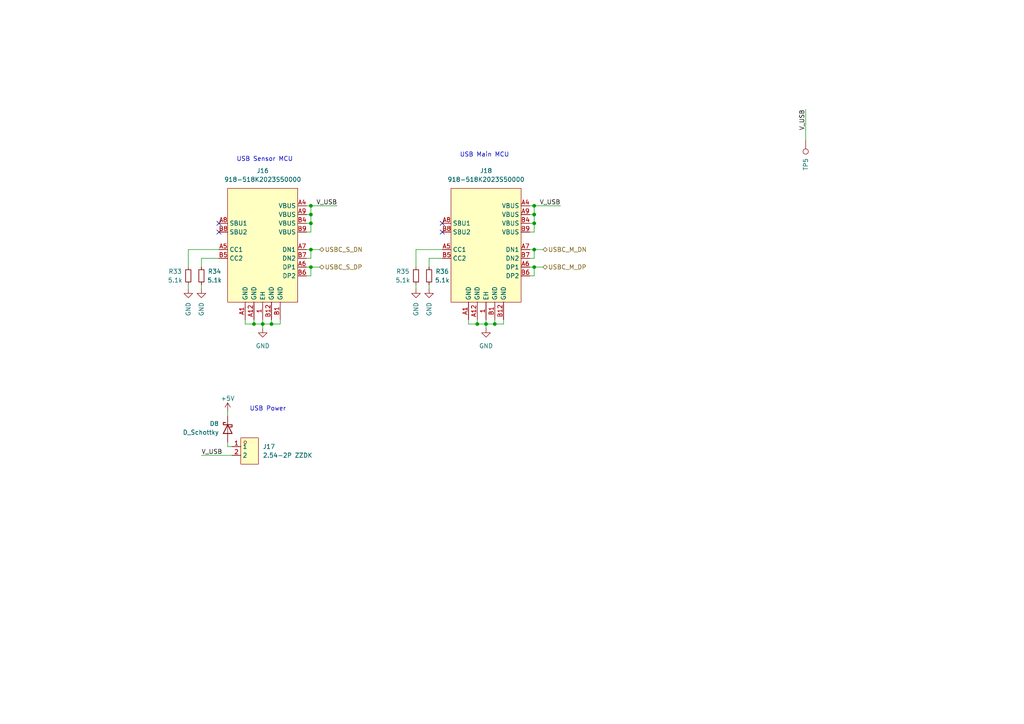
<source format=kicad_sch>
(kicad_sch (version 20231120) (generator "eeschema") (generator_version "8.0")
  (paper "A4")
  (lib_symbols
    (symbol "918-518K2023S50000_1"
      (property "Reference" "J16" (at 0 20.32 0))
      (property "Value" "918-518K2023S50000" (at 0 17.78 0))
      (symbol "918-518K2023S50000_1_0_1"
        (rectangle (start -10.16 15.24) (end 10.16 -17.78) (fill (type background)))
        (pin unspecified line (at 0 -22.86 90) (length 5.08) (name "EH") (number "1"))
        (pin unspecified line (at 12.7 10.16 180) (length 2.54) (name "VBUS") (number "A4"))
        (pin unspecified line (at -12.7 -2.54 0) (length 2.54) (name "CC1") (number "A5"))
        (pin unspecified line (at 12.7 -7.62 180) (length 2.54) (name "DP1") (number "A6"))
        (pin unspecified line (at 12.7 -2.54 180) (length 2.54) (name "DN1") (number "A7"))
        (pin unspecified line (at -12.7 5.08 0) (length 2.54) (name "SBU1") (number "A8"))
        (pin unspecified line (at 12.7 7.62 180) (length 2.54) (name "VBUS") (number "A9"))
        (pin unspecified line (at 12.7 5.08 180) (length 2.54) (name "VBUS") (number "B4"))
        (pin unspecified line (at -12.7 -5.08 0) (length 2.54) (name "CC2") (number "B5"))
        (pin unspecified line (at 12.7 -10.16 180) (length 2.54) (name "DP2") (number "B6"))
        (pin unspecified line (at 12.7 -5.08 180) (length 2.54) (name "DN2") (number "B7"))
        (pin unspecified line (at -12.7 2.54 0) (length 2.54) (name "SBU2") (number "B8"))
        (pin unspecified line (at 12.7 2.54 180) (length 2.54) (name "VBUS") (number "B9"))
      )
      (symbol "918-518K2023S50000_1_1_1"
        (pin unspecified line (at -5.08 -22.86 90) (length 5.08) (name "GND") (number "A1"))
        (pin unspecified line (at -2.54 -22.86 90) (length 5.08) (name "GND") (number "A12"))
        (pin unspecified line (at 5.08 -22.86 90) (length 5.08) (name "GND") (number "B1"))
        (pin unspecified line (at 2.54 -22.86 90) (length 5.08) (name "GND") (number "B12"))
      )
    )
    (symbol "Connector:TestPoint" (pin_numbers hide) (pin_names (offset 0.762) hide)
      (property "Reference" "TP" (at 0 6.858 0))
      (property "Value" "TestPoint" (at 0 5.08 0))
      (symbol "TestPoint_0_1"
        (circle (center 0 3.302) (radius 0.762))
      )
      (symbol "TestPoint_1_1"
        (pin passive line (at 0 0 90) (length 2.54) (name "1") (number "1"))
      )
    )
    (symbol "Device:D_Schottky" (pin_numbers hide) (pin_names (offset 1.016) hide)
      (property "Reference" "D" (at 0 2.54 0))
      (property "Value" "D_Schottky" (at 0 -2.54 0))
      (symbol "D_Schottky_0_1"
        (polyline (pts (xy 1.27 0) (xy -1.27 0)))
        (polyline (pts (xy 1.27 1.27) (xy 1.27 -1.27) (xy -1.27 0) (xy 1.27 1.27)) (stroke (width 0.254)))
        (polyline (pts (xy -1.905 0.635) (xy -1.905 1.27) (xy -1.27 1.27) (xy -1.27 -1.27) (xy -0.635 -1.27) (xy -0.635 -0.635)) (stroke (width 0.254)))
      )
      (symbol "D_Schottky_1_1"
        (pin passive line (at -3.81 0 0) (length 2.54) (name "K") (number "1"))
        (pin passive line (at 3.81 0 180) (length 2.54) (name "A") (number "2"))
      )
    )
    (symbol "Device:R_Small" (pin_numbers hide) (pin_names (offset 0.254) hide)
      (property "Reference" "R" (at 0.762 0.508 0))
      (property "Value" "R_Small" (at 0.762 -1.016 0))
      (symbol "R_Small_0_1"
        (rectangle (start -0.762 1.778) (end 0.762 -1.778) (stroke (width 0.2032)))
      )
      (symbol "R_Small_1_1"
        (pin passive line (at 0 2.54 270) (length 0.762) (name "~") (number "1"))
        (pin passive line (at 0 -2.54 90) (length 0.762) (name "~") (number "2"))
      )
    )
    (symbol "easyeda2kicad:2.54-2PZZDK"
      (property "Reference" "U" (at 0 6.35 0))
      (property "Value" "2.54-2P ZZDK" (at 0 -6.35 0))
      (symbol "2.54-2PZZDK_0_1"
        (rectangle (start -2.54 3.81) (end 2.54 -3.81) (fill (type background)))
        (circle (center -1.27 2.54) (radius 0.38))
        (pin unspecified line (at -5.08 1.27 0) (length 2.54) (name "1") (number "1"))
        (pin unspecified line (at -5.08 -1.27 0) (length 2.54) (name "2") (number "2"))
      )
    )
    (symbol "easyeda2kicad:918-518K2023S50000"
      (property "Reference" "J18" (at 0 20.32 0))
      (property "Value" "918-518K2023S50000" (at 0 17.78 0))
      (symbol "918-518K2023S50000_0_1"
        (rectangle (start -10.16 15.24) (end 10.16 -17.78) (fill (type background)))
        (pin unspecified line (at 0 -22.86 90) (length 5.08) (name "EH") (number "1"))
        (pin unspecified line (at 12.7 10.16 180) (length 2.54) (name "VBUS") (number "A4"))
        (pin unspecified line (at -12.7 -2.54 0) (length 2.54) (name "CC1") (number "A5"))
        (pin unspecified line (at 12.7 -7.62 180) (length 2.54) (name "DP1") (number "A6"))
        (pin unspecified line (at 12.7 -2.54 180) (length 2.54) (name "DN1") (number "A7"))
        (pin unspecified line (at -12.7 5.08 0) (length 2.54) (name "SBU1") (number "A8"))
        (pin unspecified line (at 12.7 7.62 180) (length 2.54) (name "VBUS") (number "A9"))
        (pin unspecified line (at 12.7 5.08 180) (length 2.54) (name "VBUS") (number "B4"))
        (pin unspecified line (at -12.7 -5.08 0) (length 2.54) (name "CC2") (number "B5"))
        (pin unspecified line (at 12.7 -10.16 180) (length 2.54) (name "DP2") (number "B6"))
        (pin unspecified line (at 12.7 -5.08 180) (length 2.54) (name "DN2") (number "B7"))
        (pin unspecified line (at -12.7 2.54 0) (length 2.54) (name "SBU2") (number "B8"))
        (pin unspecified line (at 12.7 2.54 180) (length 2.54) (name "VBUS") (number "B9"))
      )
      (symbol "918-518K2023S50000_1_1"
        (pin unspecified line (at -5.08 -22.86 90) (length 5.08) (name "GND") (number "A1"))
        (pin unspecified line (at -2.54 -22.86 90) (length 5.08) (name "GND") (number "A12"))
        (pin unspecified line (at 2.54 -22.86 90) (length 5.08) (name "GND") (number "B1"))
        (pin unspecified line (at 5.08 -22.86 90) (length 5.08) (name "GND") (number "B12"))
      )
    )
    (symbol "power:+5V" (power) (pin_names (offset 0))
      (property "Value" "+5V" (at 0 3.556 0))
      (symbol "+5V_0_1"
        (polyline (pts (xy -0.762 1.27) (xy 0 2.54)))
        (polyline (pts (xy 0 0) (xy 0 2.54)))
        (polyline (pts (xy 0 2.54) (xy 0.762 1.27)))
      )
      (symbol "+5V_1_1"
        (pin power_in line (at 0 0 90) (length 0) hide (name "+5V") (number "1"))
      )
    )
    (symbol "power:GND" (power) (pin_names (offset 0))
      (property "Value" "GND" (at 0 -3.81 0))
      (symbol "GND_0_1"
        (polyline (pts (xy 0 0) (xy 0 -1.27) (xy 1.27 -1.27) (xy 0 -2.54) (xy -1.27 -1.27) (xy 0 -1.27)))
      )
      (symbol "GND_1_1"
        (pin power_in line (at 0 0 270) (length 0) hide (name "GND") (number "1"))
      )
    )
  )
  (junction (at 73.66 93.98))
  (junction (at 154.94 62.23))
  (junction (at 140.97 93.98))
  (junction (at 138.43 93.98))
  (junction (at 76.2 93.98))
  (junction (at 90.17 72.39))
  (junction (at 154.94 72.39))
  (junction (at 78.74 93.98))
  (junction (at 143.51 93.98))
  (junction (at 90.17 59.69))
  (junction (at 90.17 64.77))
  (junction (at 154.94 64.77))
  (junction (at 154.94 77.47))
  (junction (at 90.17 77.47))
  (junction (at 90.17 62.23))
  (junction (at 154.94 59.69))
  (no_connect (at 128.27 64.77))
  (no_connect (at 128.27 67.31))
  (no_connect (at 63.5 64.77))
  (no_connect (at 63.5 67.31))
  (wire (pts (xy 140.97 93.98) (xy 140.97 95.25)))
  (wire (pts (xy 157.48 77.47) (xy 154.94 77.47)))
  (wire (pts (xy 154.94 59.69) (xy 154.94 62.23)))
  (wire (pts (xy 154.94 62.23) (xy 154.94 64.77)))
  (wire (pts (xy 58.42 132.08) (xy 67.31 132.08)))
  (wire (pts (xy 71.12 93.98) (xy 73.66 93.98)))
  (wire (pts (xy 90.17 72.39) (xy 88.9 72.39)))
  (wire (pts (xy 154.94 59.69) (xy 162.56 59.69)))
  (wire (pts (xy 153.67 62.23) (xy 154.94 62.23)))
  (wire (pts (xy 78.74 92.71) (xy 78.74 93.98)))
  (wire (pts (xy 58.42 77.47) (xy 58.42 74.93)))
  (wire (pts (xy 66.04 128.27) (xy 66.04 129.54)))
  (wire (pts (xy 124.46 83.82) (xy 124.46 82.55)))
  (wire (pts (xy 146.05 93.98) (xy 146.05 92.71)))
  (wire (pts (xy 73.66 93.98) (xy 76.2 93.98)))
  (wire (pts (xy 54.61 77.47) (xy 54.61 72.39)))
  (wire (pts (xy 143.51 92.71) (xy 143.51 93.98)))
  (wire (pts (xy 78.74 93.98) (xy 76.2 93.98)))
  (wire (pts (xy 154.94 80.01) (xy 154.94 77.47)))
  (wire (pts (xy 88.9 74.93) (xy 90.17 74.93)))
  (wire (pts (xy 81.28 93.98) (xy 78.74 93.98)))
  (wire (pts (xy 90.17 80.01) (xy 90.17 77.47)))
  (wire (pts (xy 88.9 80.01) (xy 90.17 80.01)))
  (wire (pts (xy 143.51 93.98) (xy 146.05 93.98)))
  (wire (pts (xy 81.28 92.71) (xy 81.28 93.98)))
  (wire (pts (xy 90.17 64.77) (xy 90.17 62.23)))
  (wire (pts (xy 66.04 129.54) (xy 67.31 129.54)))
  (wire (pts (xy 153.67 74.93) (xy 154.94 74.93)))
  (wire (pts (xy 90.17 67.31) (xy 90.17 64.77)))
  (wire (pts (xy 90.17 77.47) (xy 88.9 77.47)))
  (wire (pts (xy 154.94 74.93) (xy 154.94 72.39)))
  (wire (pts (xy 58.42 83.82) (xy 58.42 82.55)))
  (wire (pts (xy 135.89 93.98) (xy 138.43 93.98)))
  (wire (pts (xy 140.97 92.71) (xy 140.97 93.98)))
  (wire (pts (xy 76.2 95.25) (xy 76.2 93.98)))
  (wire (pts (xy 153.67 64.77) (xy 154.94 64.77)))
  (wire (pts (xy 153.67 80.01) (xy 154.94 80.01)))
  (wire (pts (xy 90.17 62.23) (xy 90.17 59.69)))
  (wire (pts (xy 92.71 77.47) (xy 90.17 77.47)))
  (wire (pts (xy 138.43 92.71) (xy 138.43 93.98)))
  (wire (pts (xy 88.9 67.31) (xy 90.17 67.31)))
  (wire (pts (xy 54.61 83.82) (xy 54.61 82.55)))
  (wire (pts (xy 58.42 74.93) (xy 63.5 74.93)))
  (wire (pts (xy 120.65 77.47) (xy 120.65 72.39)))
  (wire (pts (xy 73.66 92.71) (xy 73.66 93.98)))
  (wire (pts (xy 153.67 67.31) (xy 154.94 67.31)))
  (wire (pts (xy 138.43 93.98) (xy 140.97 93.98)))
  (wire (pts (xy 124.46 74.93) (xy 124.46 77.47)))
  (wire (pts (xy 157.48 72.39) (xy 154.94 72.39)))
  (wire (pts (xy 71.12 92.71) (xy 71.12 93.98)))
  (wire (pts (xy 66.04 119.38) (xy 66.04 120.65)))
  (wire (pts (xy 124.46 74.93) (xy 128.27 74.93)))
  (wire (pts (xy 154.94 72.39) (xy 153.67 72.39)))
  (wire (pts (xy 128.27 72.39) (xy 120.65 72.39)))
  (wire (pts (xy 88.9 59.69) (xy 90.17 59.69)))
  (wire (pts (xy 120.65 83.82) (xy 120.65 82.55)))
  (wire (pts (xy 140.97 93.98) (xy 143.51 93.98)))
  (wire (pts (xy 90.17 74.93) (xy 90.17 72.39)))
  (wire (pts (xy 135.89 92.71) (xy 135.89 93.98)))
  (wire (pts (xy 154.94 77.47) (xy 153.67 77.47)))
  (wire (pts (xy 90.17 59.69) (xy 97.79 59.69)))
  (wire (pts (xy 54.61 72.39) (xy 63.5 72.39)))
  (wire (pts (xy 153.67 59.69) (xy 154.94 59.69)))
  (wire (pts (xy 233.68 40.64) (xy 233.68 31.75)))
  (wire (pts (xy 92.71 72.39) (xy 90.17 72.39)))
  (wire (pts (xy 88.9 64.77) (xy 90.17 64.77)))
  (wire (pts (xy 88.9 62.23) (xy 90.17 62.23)))
  (wire (pts (xy 154.94 64.77) (xy 154.94 67.31)))
  (wire (pts (xy 76.2 93.98) (xy 76.2 92.71)))
  (text "USB Power" (at 72.39 119.38 0) (effects (font (size 1.27 1.27)) (justify left bottom)))
  (text "USB Main MCU" (at 133.35 45.72 0) (effects (font (size 1.27 1.27)) (justify left bottom)))
  (text "USB Sensor MCU" (at 68.58 46.99 0) (effects (font (size 1.27 1.27)) (justify left bottom)))
  (label "V_USB" (at 233.68 31.75 270))
  (label "V_USB" (at 162.56 59.69 180))
  (label "V_USB" (at 58.42 132.08 0))
  (label "V_USB" (at 97.79 59.69 180))
  (hierarchical_label "USBC_S_DP" (shape bidirectional) (at 92.71 77.47 0))
  (hierarchical_label "USBC_M_DP" (shape bidirectional) (at 157.48 77.47 0))
  (hierarchical_label "USBC_S_DN" (shape bidirectional) (at 92.71 72.39 0))
  (hierarchical_label "USBC_M_DN" (shape bidirectional) (at 157.48 72.39 0))
  (symbol (lib_id "easyeda2kicad:918-518K2023S50000") (at 140.97 69.85 0) (unit 1)
    (property "Reference" "J18" (at 140.97 49.53 0))
    (property "Value" "918-518K2023S50000" (at 140.97 52.07 0))
    (property "Footprint" "easyeda2kicad:USB-C-SMD_918-518K2023S50000" (effects (hide yes)))
    (property "Datasheet" "https://lcsc.com/product-detail/USB-Connectors_Jing-Extension-of-the-Electronic-Co-918-518K2023S50000_C709037.html" (effects (hide yes)))
    (property "LCSC Part" "C709037" (effects (hide yes)))
  )
  (symbol (lib_id "easyeda2kicad:2.54-2PZZDK") (at 72.39 130.81 0) (unit 1)
    (property "Reference" "J17" (at 76.2 129.54 0) (effects (justify left)))
    (property "Value" "2.54-2P ZZDK" (at 76.2 132.08 0) (effects (justify left)))
    (property "Footprint" "Connector_PinHeader_2.54mm:PinHeader_1x02_P2.54mm_Vertical" (effects (hide yes)))
    (property "LCSC Part" "C18185649" (effects (hide yes)))
  )
  (symbol (lib_id "Device:R_Small") (at 120.65 80.01 180) (unit 1)
    (property "Reference" "R35" (at 116.84 78.74 0))
    (property "Value" "5.1k" (at 116.84 81.28 0))
    (property "Footprint" "Resistor_SMD:R_0402_1005Metric" (effects (hide yes)))
  )
  (symbol (lib_id "Device:D_Schottky") (at 66.04 124.46 90) (mirror x) (unit 1)
    (property "Reference" "D8" (at 63.5 122.8725 90) (effects (justify left)))
    (property "Value" "D_Schottky" (at 63.5 125.4125 90) (effects (justify left)))
    (property "Footprint" "Diode_SMD:D_SMA" (effects (hide yes)))
  )
  (symbol (lib_id "power:GND") (at 120.65 83.82 0) (unit 1)
    (property "Reference" "#PWR0109" (effects (hide yes)))
    (property "Value" "GND" (at 120.65 87.63 90) (effects (justify right)))
  )
  (symbol (lib_id "power:+5V") (at 66.04 119.38 0) (unit 1)
    (property "Reference" "#PWR0102" (effects (hide yes)))
    (property "Value" "+5V" (at 66.04 115.57 0))
  )
  (symbol (lib_id "Device:R_Small") (at 58.42 80.01 0) (unit 1)
    (property "Reference" "R34" (at 62.23 78.74 0))
    (property "Value" "5.1k" (at 62.23 81.28 0))
    (property "Footprint" "Resistor_SMD:R_0402_1005Metric" (effects (hide yes)))
  )
  (symbol (lib_id "power:GND") (at 54.61 83.82 0) (unit 1)
    (property "Reference" "#PWR0101" (effects (hide yes)))
    (property "Value" "GND" (at 54.61 87.63 90) (effects (justify right)))
  )
  (symbol (lib_name "918-518K2023S50000_1") (lib_id "easyeda2kicad:918-518K2023S50000") (at 76.2 69.85 0) (unit 1)
    (property "Reference" "J16" (at 76.2 49.53 0))
    (property "Value" "918-518K2023S50000" (at 76.2 52.07 0))
    (property "Footprint" "easyeda2kicad:USB-C-SMD_918-518K2023S50000" (effects (hide yes)))
    (property "Datasheet" "https://lcsc.com/product-detail/USB-Connectors_Jing-Extension-of-the-Electronic-Co-918-518K2023S50000_C709037.html" (effects (hide yes)))
    (property "LCSC Part" "C709037" (effects (hide yes)))
  )
  (symbol (lib_id "Device:R_Small") (at 54.61 80.01 180) (unit 1)
    (property "Reference" "R33" (at 50.8 78.74 0))
    (property "Value" "5.1k" (at 50.8 81.28 0))
    (property "Footprint" "Resistor_SMD:R_0402_1005Metric" (effects (hide yes)))
  )
  (symbol (lib_id "power:GND") (at 58.42 83.82 0) (unit 1)
    (property "Reference" "#PWR0108" (effects (hide yes)))
    (property "Value" "GND" (at 58.42 87.63 90) (effects (justify right)))
  )
  (symbol (lib_id "power:GND") (at 140.97 95.25 0) (unit 1)
    (property "Reference" "#PWR0112" (effects (hide yes)))
    (property "Value" "GND" (at 140.97 100.33 0))
  )
  (symbol (lib_id "power:GND") (at 76.2 95.25 0) (unit 1)
    (property "Reference" "#PWR0105" (effects (hide yes)))
    (property "Value" "GND" (at 76.2 100.33 0))
  )
  (symbol (lib_id "power:GND") (at 124.46 83.82 0) (unit 1)
    (property "Reference" "#PWR0115" (effects (hide yes)))
    (property "Value" "GND" (at 124.46 87.63 90) (effects (justify right)))
  )
  (symbol (lib_id "Device:R_Small") (at 124.46 80.01 0) (unit 1)
    (property "Reference" "R36" (at 128.27 78.74 0))
    (property "Value" "5.1k" (at 128.27 81.28 0))
    (property "Footprint" "Resistor_SMD:R_0402_1005Metric" (effects (hide yes)))
  )
  (symbol (lib_id "Connector:TestPoint") (at 233.68 40.64 180) (unit 1)
    (property "Reference" "TP5" (at 233.68 49.53 90) (effects (justify right)))
    (property "Value" "TestPoint" (effects (hide yes)))
    (property "Footprint" "Selfmade Stuff:TestPoint_Pad_D0.7mm_NoSilk" (effects (hide yes)))
  )
)
</source>
